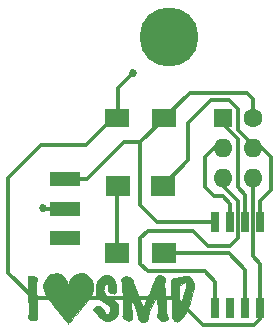
<source format=gtl>
G04 #@! TF.FileFunction,Copper,L1,Top,Signal*
%FSLAX46Y46*%
G04 Gerber Fmt 4.6, Leading zero omitted, Abs format (unit mm)*
G04 Created by KiCad (PCBNEW 4.0.7) date 06/29/18 14:44:45*
%MOMM*%
%LPD*%
G01*
G04 APERTURE LIST*
%ADD10C,0.100000*%
%ADD11C,0.010000*%
%ADD12R,2.500000X1.200000*%
%ADD13R,2.000000X1.800860*%
%ADD14R,2.000000X1.600000*%
%ADD15R,1.600000X1.600000*%
%ADD16C,1.600000*%
%ADD17O,1.600000X1.600000*%
%ADD18C,5.000000*%
%ADD19R,2.000000X1.700000*%
%ADD20R,0.650000X1.700000*%
%ADD21C,0.685800*%
%ADD22C,0.304800*%
G04 APERTURE END LIST*
D10*
D11*
G36*
X201490950Y-98233755D02*
X201729776Y-98309650D01*
X201955539Y-98452550D01*
X202158730Y-98664515D01*
X202162923Y-98670035D01*
X202299272Y-98901016D01*
X202368174Y-99150015D01*
X202372368Y-99429812D01*
X202354695Y-99564352D01*
X202328315Y-99699989D01*
X202294066Y-99826676D01*
X202247062Y-99952031D01*
X202182417Y-100083675D01*
X202095247Y-100229227D01*
X201980666Y-100396306D01*
X201833788Y-100592530D01*
X201649729Y-100825519D01*
X201423603Y-101102893D01*
X201178680Y-101398462D01*
X200971117Y-101646796D01*
X200778849Y-101874929D01*
X200607663Y-102076142D01*
X200463343Y-102243715D01*
X200351673Y-102370929D01*
X200278440Y-102451066D01*
X200249662Y-102477469D01*
X200218988Y-102447825D01*
X200144962Y-102364352D01*
X200033407Y-102233968D01*
X199890146Y-102063589D01*
X199721000Y-101860133D01*
X199531792Y-101630517D01*
X199360692Y-101421353D01*
X199152251Y-101163626D01*
X198954414Y-100915062D01*
X198774057Y-100684598D01*
X198618056Y-100481173D01*
X198493290Y-100313724D01*
X198406634Y-100191190D01*
X198372066Y-100136447D01*
X198259329Y-99887321D01*
X198183644Y-99619948D01*
X198149950Y-99359017D01*
X198163187Y-99129217D01*
X198166878Y-99110767D01*
X198264758Y-98826204D01*
X198425228Y-98585202D01*
X198583143Y-98437804D01*
X198778188Y-98311285D01*
X198968346Y-98242888D01*
X199184581Y-98223325D01*
X199285599Y-98227110D01*
X199454970Y-98247121D01*
X199583697Y-98289225D01*
X199699150Y-98358417D01*
X199885901Y-98526747D01*
X200052104Y-98745912D01*
X200177781Y-98988591D01*
X200196741Y-99038808D01*
X200266400Y-99236611D01*
X200316085Y-99070152D01*
X200433632Y-98787270D01*
X200595161Y-98559035D01*
X200791165Y-98387506D01*
X201012137Y-98274743D01*
X201248567Y-98222806D01*
X201490950Y-98233755D01*
X201490950Y-98233755D01*
G37*
X201490950Y-98233755D02*
X201729776Y-98309650D01*
X201955539Y-98452550D01*
X202158730Y-98664515D01*
X202162923Y-98670035D01*
X202299272Y-98901016D01*
X202368174Y-99150015D01*
X202372368Y-99429812D01*
X202354695Y-99564352D01*
X202328315Y-99699989D01*
X202294066Y-99826676D01*
X202247062Y-99952031D01*
X202182417Y-100083675D01*
X202095247Y-100229227D01*
X201980666Y-100396306D01*
X201833788Y-100592530D01*
X201649729Y-100825519D01*
X201423603Y-101102893D01*
X201178680Y-101398462D01*
X200971117Y-101646796D01*
X200778849Y-101874929D01*
X200607663Y-102076142D01*
X200463343Y-102243715D01*
X200351673Y-102370929D01*
X200278440Y-102451066D01*
X200249662Y-102477469D01*
X200218988Y-102447825D01*
X200144962Y-102364352D01*
X200033407Y-102233968D01*
X199890146Y-102063589D01*
X199721000Y-101860133D01*
X199531792Y-101630517D01*
X199360692Y-101421353D01*
X199152251Y-101163626D01*
X198954414Y-100915062D01*
X198774057Y-100684598D01*
X198618056Y-100481173D01*
X198493290Y-100313724D01*
X198406634Y-100191190D01*
X198372066Y-100136447D01*
X198259329Y-99887321D01*
X198183644Y-99619948D01*
X198149950Y-99359017D01*
X198163187Y-99129217D01*
X198166878Y-99110767D01*
X198264758Y-98826204D01*
X198425228Y-98585202D01*
X198583143Y-98437804D01*
X198778188Y-98311285D01*
X198968346Y-98242888D01*
X199184581Y-98223325D01*
X199285599Y-98227110D01*
X199454970Y-98247121D01*
X199583697Y-98289225D01*
X199699150Y-98358417D01*
X199885901Y-98526747D01*
X200052104Y-98745912D01*
X200177781Y-98988591D01*
X200196741Y-99038808D01*
X200266400Y-99236611D01*
X200316085Y-99070152D01*
X200433632Y-98787270D01*
X200595161Y-98559035D01*
X200791165Y-98387506D01*
X201012137Y-98274743D01*
X201248567Y-98222806D01*
X201490950Y-98233755D01*
G36*
X208045181Y-98387666D02*
X208189907Y-98431345D01*
X208344585Y-98521500D01*
X208445951Y-98633652D01*
X208487707Y-98755001D01*
X208463556Y-98872744D01*
X208430388Y-98920154D01*
X208416052Y-98945948D01*
X208406272Y-98991236D01*
X208401268Y-99063767D01*
X208401261Y-99171294D01*
X208406472Y-99321567D01*
X208417122Y-99522338D01*
X208433431Y-99781358D01*
X208455622Y-100106378D01*
X208470014Y-100310462D01*
X208496576Y-100677706D01*
X208519425Y-100975637D01*
X208539585Y-101212954D01*
X208558077Y-101398352D01*
X208575923Y-101540532D01*
X208594146Y-101648189D01*
X208613769Y-101730021D01*
X208635814Y-101794727D01*
X208647779Y-101822748D01*
X208695110Y-101934073D01*
X208709765Y-102003783D01*
X208693609Y-102060370D01*
X208666274Y-102105435D01*
X208562443Y-102197301D01*
X208414917Y-102240188D01*
X208241042Y-102233922D01*
X208058164Y-102178332D01*
X207938179Y-102112706D01*
X207818992Y-102007881D01*
X207773703Y-101892564D01*
X207798135Y-101752748D01*
X207817132Y-101706791D01*
X207838807Y-101647943D01*
X207851854Y-101577058D01*
X207856452Y-101480344D01*
X207852776Y-101344007D01*
X207841003Y-101154256D01*
X207826631Y-100964330D01*
X207804436Y-100673476D01*
X207786134Y-100453274D01*
X207767095Y-100303680D01*
X207742690Y-100224645D01*
X207708292Y-100216123D01*
X207659271Y-100278068D01*
X207590999Y-100410433D01*
X207498846Y-100613171D01*
X207378184Y-100886235D01*
X207345691Y-100959481D01*
X207223617Y-101235519D01*
X207130606Y-101450487D01*
X207063160Y-101614362D01*
X207017779Y-101737121D01*
X206990967Y-101828742D01*
X206979223Y-101899200D01*
X206979049Y-101958474D01*
X206983128Y-101993394D01*
X206992036Y-102108047D01*
X206968809Y-102182855D01*
X206918401Y-102239807D01*
X206833885Y-102299379D01*
X206761596Y-102322923D01*
X206671247Y-102331972D01*
X206641965Y-102338896D01*
X206570111Y-102339803D01*
X206468855Y-102319851D01*
X206466163Y-102319080D01*
X206330802Y-102250102D01*
X206222776Y-102140790D01*
X206159310Y-102013267D01*
X206151829Y-101915344D01*
X206148086Y-101842089D01*
X206120363Y-101720157D01*
X206066922Y-101543828D01*
X205986025Y-101307378D01*
X205875931Y-101005086D01*
X205871923Y-100994308D01*
X205773752Y-100732590D01*
X205698553Y-100538096D01*
X205643302Y-100404349D01*
X205604975Y-100324870D01*
X205580546Y-100293179D01*
X205566991Y-100302800D01*
X205562307Y-100331180D01*
X205561457Y-100418072D01*
X205567010Y-100562490D01*
X205577731Y-100749067D01*
X205592384Y-100962437D01*
X205609733Y-101187233D01*
X205628542Y-101408090D01*
X205647575Y-101609639D01*
X205665597Y-101776516D01*
X205681371Y-101893353D01*
X205691776Y-101941074D01*
X205685116Y-102019328D01*
X205624813Y-102106366D01*
X205530651Y-102184210D01*
X205422414Y-102234882D01*
X205357557Y-102244770D01*
X205197158Y-102212289D01*
X205036376Y-102127514D01*
X204906842Y-102009447D01*
X204866900Y-101950012D01*
X204824323Y-101860362D01*
X204821847Y-101799528D01*
X204858841Y-101729627D01*
X204863116Y-101723074D01*
X204880638Y-101691348D01*
X204893987Y-101650474D01*
X204903212Y-101592057D01*
X204908360Y-101507702D01*
X204909479Y-101389016D01*
X204906618Y-101227605D01*
X204899824Y-101015073D01*
X204889145Y-100743028D01*
X204874629Y-100403075D01*
X204871102Y-100322395D01*
X204854704Y-99977209D01*
X204837199Y-99661038D01*
X204819253Y-99383088D01*
X204801532Y-99152568D01*
X204784700Y-98978686D01*
X204769422Y-98870651D01*
X204764803Y-98850908D01*
X204737461Y-98743645D01*
X204740961Y-98678836D01*
X204782559Y-98624427D01*
X204824516Y-98587139D01*
X204954240Y-98516274D01*
X205111952Y-98489428D01*
X205280220Y-98501584D01*
X205441611Y-98547723D01*
X205578692Y-98622825D01*
X205674031Y-98721872D01*
X205710194Y-98839846D01*
X205710195Y-98842120D01*
X205724061Y-98897551D01*
X205762988Y-99011782D01*
X205822643Y-99174049D01*
X205898688Y-99373586D01*
X205986789Y-99599627D01*
X206082611Y-99841407D01*
X206181818Y-100088162D01*
X206280074Y-100329124D01*
X206373044Y-100553529D01*
X206456394Y-100750612D01*
X206525786Y-100909607D01*
X206576886Y-101019749D01*
X206605359Y-101070272D01*
X206608341Y-101072330D01*
X206632641Y-101037698D01*
X206681672Y-100940777D01*
X206751109Y-100791830D01*
X206836627Y-100601121D01*
X206933901Y-100378913D01*
X207038606Y-100135469D01*
X207146417Y-99881052D01*
X207253009Y-99625925D01*
X207354058Y-99380352D01*
X207445237Y-99154596D01*
X207522223Y-98958920D01*
X207580690Y-98803586D01*
X207616314Y-98698859D01*
X207625461Y-98658698D01*
X207657869Y-98523259D01*
X207746858Y-98429625D01*
X207880079Y-98382769D01*
X208045181Y-98387666D01*
X208045181Y-98387666D01*
G37*
X208045181Y-98387666D02*
X208189907Y-98431345D01*
X208344585Y-98521500D01*
X208445951Y-98633652D01*
X208487707Y-98755001D01*
X208463556Y-98872744D01*
X208430388Y-98920154D01*
X208416052Y-98945948D01*
X208406272Y-98991236D01*
X208401268Y-99063767D01*
X208401261Y-99171294D01*
X208406472Y-99321567D01*
X208417122Y-99522338D01*
X208433431Y-99781358D01*
X208455622Y-100106378D01*
X208470014Y-100310462D01*
X208496576Y-100677706D01*
X208519425Y-100975637D01*
X208539585Y-101212954D01*
X208558077Y-101398352D01*
X208575923Y-101540532D01*
X208594146Y-101648189D01*
X208613769Y-101730021D01*
X208635814Y-101794727D01*
X208647779Y-101822748D01*
X208695110Y-101934073D01*
X208709765Y-102003783D01*
X208693609Y-102060370D01*
X208666274Y-102105435D01*
X208562443Y-102197301D01*
X208414917Y-102240188D01*
X208241042Y-102233922D01*
X208058164Y-102178332D01*
X207938179Y-102112706D01*
X207818992Y-102007881D01*
X207773703Y-101892564D01*
X207798135Y-101752748D01*
X207817132Y-101706791D01*
X207838807Y-101647943D01*
X207851854Y-101577058D01*
X207856452Y-101480344D01*
X207852776Y-101344007D01*
X207841003Y-101154256D01*
X207826631Y-100964330D01*
X207804436Y-100673476D01*
X207786134Y-100453274D01*
X207767095Y-100303680D01*
X207742690Y-100224645D01*
X207708292Y-100216123D01*
X207659271Y-100278068D01*
X207590999Y-100410433D01*
X207498846Y-100613171D01*
X207378184Y-100886235D01*
X207345691Y-100959481D01*
X207223617Y-101235519D01*
X207130606Y-101450487D01*
X207063160Y-101614362D01*
X207017779Y-101737121D01*
X206990967Y-101828742D01*
X206979223Y-101899200D01*
X206979049Y-101958474D01*
X206983128Y-101993394D01*
X206992036Y-102108047D01*
X206968809Y-102182855D01*
X206918401Y-102239807D01*
X206833885Y-102299379D01*
X206761596Y-102322923D01*
X206671247Y-102331972D01*
X206641965Y-102338896D01*
X206570111Y-102339803D01*
X206468855Y-102319851D01*
X206466163Y-102319080D01*
X206330802Y-102250102D01*
X206222776Y-102140790D01*
X206159310Y-102013267D01*
X206151829Y-101915344D01*
X206148086Y-101842089D01*
X206120363Y-101720157D01*
X206066922Y-101543828D01*
X205986025Y-101307378D01*
X205875931Y-101005086D01*
X205871923Y-100994308D01*
X205773752Y-100732590D01*
X205698553Y-100538096D01*
X205643302Y-100404349D01*
X205604975Y-100324870D01*
X205580546Y-100293179D01*
X205566991Y-100302800D01*
X205562307Y-100331180D01*
X205561457Y-100418072D01*
X205567010Y-100562490D01*
X205577731Y-100749067D01*
X205592384Y-100962437D01*
X205609733Y-101187233D01*
X205628542Y-101408090D01*
X205647575Y-101609639D01*
X205665597Y-101776516D01*
X205681371Y-101893353D01*
X205691776Y-101941074D01*
X205685116Y-102019328D01*
X205624813Y-102106366D01*
X205530651Y-102184210D01*
X205422414Y-102234882D01*
X205357557Y-102244770D01*
X205197158Y-102212289D01*
X205036376Y-102127514D01*
X204906842Y-102009447D01*
X204866900Y-101950012D01*
X204824323Y-101860362D01*
X204821847Y-101799528D01*
X204858841Y-101729627D01*
X204863116Y-101723074D01*
X204880638Y-101691348D01*
X204893987Y-101650474D01*
X204903212Y-101592057D01*
X204908360Y-101507702D01*
X204909479Y-101389016D01*
X204906618Y-101227605D01*
X204899824Y-101015073D01*
X204889145Y-100743028D01*
X204874629Y-100403075D01*
X204871102Y-100322395D01*
X204854704Y-99977209D01*
X204837199Y-99661038D01*
X204819253Y-99383088D01*
X204801532Y-99152568D01*
X204784700Y-98978686D01*
X204769422Y-98870651D01*
X204764803Y-98850908D01*
X204737461Y-98743645D01*
X204740961Y-98678836D01*
X204782559Y-98624427D01*
X204824516Y-98587139D01*
X204954240Y-98516274D01*
X205111952Y-98489428D01*
X205280220Y-98501584D01*
X205441611Y-98547723D01*
X205578692Y-98622825D01*
X205674031Y-98721872D01*
X205710194Y-98839846D01*
X205710195Y-98842120D01*
X205724061Y-98897551D01*
X205762988Y-99011782D01*
X205822643Y-99174049D01*
X205898688Y-99373586D01*
X205986789Y-99599627D01*
X206082611Y-99841407D01*
X206181818Y-100088162D01*
X206280074Y-100329124D01*
X206373044Y-100553529D01*
X206456394Y-100750612D01*
X206525786Y-100909607D01*
X206576886Y-101019749D01*
X206605359Y-101070272D01*
X206608341Y-101072330D01*
X206632641Y-101037698D01*
X206681672Y-100940777D01*
X206751109Y-100791830D01*
X206836627Y-100601121D01*
X206933901Y-100378913D01*
X207038606Y-100135469D01*
X207146417Y-99881052D01*
X207253009Y-99625925D01*
X207354058Y-99380352D01*
X207445237Y-99154596D01*
X207522223Y-98958920D01*
X207580690Y-98803586D01*
X207616314Y-98698859D01*
X207625461Y-98658698D01*
X207657869Y-98523259D01*
X207746858Y-98429625D01*
X207880079Y-98382769D01*
X208045181Y-98387666D01*
G36*
X210446152Y-98464118D02*
X210603849Y-98568843D01*
X210751401Y-98739529D01*
X210780923Y-98782149D01*
X210860612Y-98917352D01*
X210898559Y-99038024D01*
X210907923Y-99179093D01*
X210890285Y-99405621D01*
X210840674Y-99685713D01*
X210764042Y-100004053D01*
X210665339Y-100345324D01*
X210549518Y-100694210D01*
X210421530Y-101035395D01*
X210286328Y-101353562D01*
X210148862Y-101633394D01*
X210069125Y-101773614D01*
X209979558Y-101904225D01*
X209872521Y-102035783D01*
X209762700Y-102152894D01*
X209664780Y-102240163D01*
X209593446Y-102282196D01*
X209582391Y-102283847D01*
X209514798Y-102295695D01*
X209494580Y-102301960D01*
X209424840Y-102299808D01*
X209328372Y-102269564D01*
X209325307Y-102268222D01*
X209239553Y-102227661D01*
X209174203Y-102184595D01*
X209126255Y-102128295D01*
X209092705Y-102048032D01*
X209070552Y-101933077D01*
X209056792Y-101772701D01*
X209048422Y-101556174D01*
X209042441Y-101272768D01*
X209042147Y-101256493D01*
X209034974Y-100924325D01*
X209025449Y-100584891D01*
X209014064Y-100248852D01*
X209001307Y-99926870D01*
X208987668Y-99629605D01*
X208973637Y-99367717D01*
X208967537Y-99273219D01*
X209618384Y-99273219D01*
X209618384Y-100130568D01*
X209619524Y-100450145D01*
X209623206Y-100698290D01*
X209629827Y-100881695D01*
X209639782Y-101007053D01*
X209653468Y-101081057D01*
X209671279Y-101110398D01*
X209676398Y-101111539D01*
X209692413Y-101076785D01*
X209729560Y-100980990D01*
X209783084Y-100836858D01*
X209848233Y-100657089D01*
X209884789Y-100554693D01*
X210005786Y-100207981D01*
X210099700Y-99923836D01*
X210169202Y-99692554D01*
X210216963Y-99504435D01*
X210245655Y-99349774D01*
X210257948Y-99218871D01*
X210258632Y-99196770D01*
X210257684Y-99071624D01*
X210243739Y-99004711D01*
X210210296Y-98976382D01*
X210183764Y-98970478D01*
X210113291Y-98985257D01*
X210002015Y-99034819D01*
X209872911Y-99108780D01*
X209861379Y-99116164D01*
X209618384Y-99273219D01*
X208967537Y-99273219D01*
X208959702Y-99151869D01*
X208946355Y-98992720D01*
X208934083Y-98900931D01*
X208933956Y-98900337D01*
X208926105Y-98814726D01*
X208957008Y-98747650D01*
X209036495Y-98671640D01*
X209129825Y-98603861D01*
X209215789Y-98578997D01*
X209334770Y-98585880D01*
X209342835Y-98586926D01*
X209477889Y-98591689D01*
X209625445Y-98566408D01*
X209794230Y-98513602D01*
X210053137Y-98439708D01*
X210266513Y-98422143D01*
X210446152Y-98464118D01*
X210446152Y-98464118D01*
G37*
X210446152Y-98464118D02*
X210603849Y-98568843D01*
X210751401Y-98739529D01*
X210780923Y-98782149D01*
X210860612Y-98917352D01*
X210898559Y-99038024D01*
X210907923Y-99179093D01*
X210890285Y-99405621D01*
X210840674Y-99685713D01*
X210764042Y-100004053D01*
X210665339Y-100345324D01*
X210549518Y-100694210D01*
X210421530Y-101035395D01*
X210286328Y-101353562D01*
X210148862Y-101633394D01*
X210069125Y-101773614D01*
X209979558Y-101904225D01*
X209872521Y-102035783D01*
X209762700Y-102152894D01*
X209664780Y-102240163D01*
X209593446Y-102282196D01*
X209582391Y-102283847D01*
X209514798Y-102295695D01*
X209494580Y-102301960D01*
X209424840Y-102299808D01*
X209328372Y-102269564D01*
X209325307Y-102268222D01*
X209239553Y-102227661D01*
X209174203Y-102184595D01*
X209126255Y-102128295D01*
X209092705Y-102048032D01*
X209070552Y-101933077D01*
X209056792Y-101772701D01*
X209048422Y-101556174D01*
X209042441Y-101272768D01*
X209042147Y-101256493D01*
X209034974Y-100924325D01*
X209025449Y-100584891D01*
X209014064Y-100248852D01*
X209001307Y-99926870D01*
X208987668Y-99629605D01*
X208973637Y-99367717D01*
X208967537Y-99273219D01*
X209618384Y-99273219D01*
X209618384Y-100130568D01*
X209619524Y-100450145D01*
X209623206Y-100698290D01*
X209629827Y-100881695D01*
X209639782Y-101007053D01*
X209653468Y-101081057D01*
X209671279Y-101110398D01*
X209676398Y-101111539D01*
X209692413Y-101076785D01*
X209729560Y-100980990D01*
X209783084Y-100836858D01*
X209848233Y-100657089D01*
X209884789Y-100554693D01*
X210005786Y-100207981D01*
X210099700Y-99923836D01*
X210169202Y-99692554D01*
X210216963Y-99504435D01*
X210245655Y-99349774D01*
X210257948Y-99218871D01*
X210258632Y-99196770D01*
X210257684Y-99071624D01*
X210243739Y-99004711D01*
X210210296Y-98976382D01*
X210183764Y-98970478D01*
X210113291Y-98985257D01*
X210002015Y-99034819D01*
X209872911Y-99108780D01*
X209861379Y-99116164D01*
X209618384Y-99273219D01*
X208967537Y-99273219D01*
X208959702Y-99151869D01*
X208946355Y-98992720D01*
X208934083Y-98900931D01*
X208933956Y-98900337D01*
X208926105Y-98814726D01*
X208957008Y-98747650D01*
X209036495Y-98671640D01*
X209129825Y-98603861D01*
X209215789Y-98578997D01*
X209334770Y-98585880D01*
X209342835Y-98586926D01*
X209477889Y-98591689D01*
X209625445Y-98566408D01*
X209794230Y-98513602D01*
X210053137Y-98439708D01*
X210266513Y-98422143D01*
X210446152Y-98464118D01*
G36*
X203753430Y-98405141D02*
X203954595Y-98511391D01*
X204114311Y-98682674D01*
X204231236Y-98917574D01*
X204301339Y-99197627D01*
X204335202Y-99467345D01*
X204336546Y-99670350D01*
X204303366Y-99811878D01*
X204233658Y-99897167D01*
X204125417Y-99931453D01*
X204022007Y-99927433D01*
X203857986Y-99871538D01*
X203727322Y-99763113D01*
X203641086Y-99619824D01*
X203610350Y-99459337D01*
X203638791Y-99315989D01*
X203667864Y-99220825D01*
X203653911Y-99157833D01*
X203639586Y-99138119D01*
X203556971Y-99084587D01*
X203465749Y-99097611D01*
X203377240Y-99168172D01*
X203302761Y-99287256D01*
X203253687Y-99445542D01*
X203234416Y-99641010D01*
X203260871Y-99807195D01*
X203339774Y-99954379D01*
X203477848Y-100092844D01*
X203681815Y-100232872D01*
X203820100Y-100311872D01*
X204058532Y-100457163D01*
X204231984Y-100601723D01*
X204352480Y-100758179D01*
X204432046Y-100939158D01*
X204439015Y-100961773D01*
X204490343Y-101254217D01*
X204471198Y-101536319D01*
X204383448Y-101796012D01*
X204285415Y-101953815D01*
X204121878Y-102106761D01*
X203914863Y-102205382D01*
X203680703Y-102245659D01*
X203435733Y-102223570D01*
X203322509Y-102190858D01*
X203086671Y-102070098D01*
X202889000Y-101886863D01*
X202812275Y-101785610D01*
X202713834Y-101657126D01*
X202604853Y-101535768D01*
X202556690Y-101489770D01*
X202466091Y-101401732D01*
X202398760Y-101321383D01*
X202386285Y-101301564D01*
X202369488Y-101203525D01*
X202420178Y-101116441D01*
X202527767Y-101047766D01*
X202681666Y-101004957D01*
X202822652Y-100994308D01*
X202958068Y-101016654D01*
X203076066Y-101089596D01*
X203186473Y-101221984D01*
X203299117Y-101422672D01*
X203299847Y-101424154D01*
X203369129Y-101558004D01*
X203422930Y-101636136D01*
X203476549Y-101674670D01*
X203545287Y-101689726D01*
X203552622Y-101690469D01*
X203640957Y-101689893D01*
X203693881Y-101652752D01*
X203738238Y-101564724D01*
X203788486Y-101384309D01*
X203784118Y-101195654D01*
X203754168Y-101060435D01*
X203729117Y-100988031D01*
X203690862Y-100931611D01*
X203624317Y-100878750D01*
X203514398Y-100817023D01*
X203374770Y-100747902D01*
X203079741Y-100579762D01*
X202857261Y-100393290D01*
X202702587Y-100181740D01*
X202610979Y-99938367D01*
X202577695Y-99656426D01*
X202577419Y-99613620D01*
X202606021Y-99303625D01*
X202684129Y-99024208D01*
X202805597Y-98783574D01*
X202964281Y-98589929D01*
X203154038Y-98451476D01*
X203368724Y-98376422D01*
X203512158Y-98365338D01*
X203753430Y-98405141D01*
X203753430Y-98405141D01*
G37*
X203753430Y-98405141D02*
X203954595Y-98511391D01*
X204114311Y-98682674D01*
X204231236Y-98917574D01*
X204301339Y-99197627D01*
X204335202Y-99467345D01*
X204336546Y-99670350D01*
X204303366Y-99811878D01*
X204233658Y-99897167D01*
X204125417Y-99931453D01*
X204022007Y-99927433D01*
X203857986Y-99871538D01*
X203727322Y-99763113D01*
X203641086Y-99619824D01*
X203610350Y-99459337D01*
X203638791Y-99315989D01*
X203667864Y-99220825D01*
X203653911Y-99157833D01*
X203639586Y-99138119D01*
X203556971Y-99084587D01*
X203465749Y-99097611D01*
X203377240Y-99168172D01*
X203302761Y-99287256D01*
X203253687Y-99445542D01*
X203234416Y-99641010D01*
X203260871Y-99807195D01*
X203339774Y-99954379D01*
X203477848Y-100092844D01*
X203681815Y-100232872D01*
X203820100Y-100311872D01*
X204058532Y-100457163D01*
X204231984Y-100601723D01*
X204352480Y-100758179D01*
X204432046Y-100939158D01*
X204439015Y-100961773D01*
X204490343Y-101254217D01*
X204471198Y-101536319D01*
X204383448Y-101796012D01*
X204285415Y-101953815D01*
X204121878Y-102106761D01*
X203914863Y-102205382D01*
X203680703Y-102245659D01*
X203435733Y-102223570D01*
X203322509Y-102190858D01*
X203086671Y-102070098D01*
X202889000Y-101886863D01*
X202812275Y-101785610D01*
X202713834Y-101657126D01*
X202604853Y-101535768D01*
X202556690Y-101489770D01*
X202466091Y-101401732D01*
X202398760Y-101321383D01*
X202386285Y-101301564D01*
X202369488Y-101203525D01*
X202420178Y-101116441D01*
X202527767Y-101047766D01*
X202681666Y-101004957D01*
X202822652Y-100994308D01*
X202958068Y-101016654D01*
X203076066Y-101089596D01*
X203186473Y-101221984D01*
X203299117Y-101422672D01*
X203299847Y-101424154D01*
X203369129Y-101558004D01*
X203422930Y-101636136D01*
X203476549Y-101674670D01*
X203545287Y-101689726D01*
X203552622Y-101690469D01*
X203640957Y-101689893D01*
X203693881Y-101652752D01*
X203738238Y-101564724D01*
X203788486Y-101384309D01*
X203784118Y-101195654D01*
X203754168Y-101060435D01*
X203729117Y-100988031D01*
X203690862Y-100931611D01*
X203624317Y-100878750D01*
X203514398Y-100817023D01*
X203374770Y-100747902D01*
X203079741Y-100579762D01*
X202857261Y-100393290D01*
X202702587Y-100181740D01*
X202610979Y-99938367D01*
X202577695Y-99656426D01*
X202577419Y-99613620D01*
X202606021Y-99303625D01*
X202684129Y-99024208D01*
X202805597Y-98783574D01*
X202964281Y-98589929D01*
X203154038Y-98451476D01*
X203368724Y-98376422D01*
X203512158Y-98365338D01*
X203753430Y-98405141D01*
G36*
X197316389Y-98447743D02*
X197425845Y-98493110D01*
X197558213Y-98575184D01*
X197621742Y-98659357D01*
X197624449Y-98761907D01*
X197598431Y-98843539D01*
X197583912Y-98891050D01*
X197572877Y-98957189D01*
X197565234Y-99049830D01*
X197560893Y-99176843D01*
X197559763Y-99346099D01*
X197561754Y-99565470D01*
X197566774Y-99842827D01*
X197574732Y-100186042D01*
X197580392Y-100408154D01*
X197589654Y-100740810D01*
X197599505Y-101054000D01*
X197609551Y-101337850D01*
X197619396Y-101582481D01*
X197628643Y-101778018D01*
X197636898Y-101914584D01*
X197643400Y-101980370D01*
X197654641Y-102078638D01*
X197633670Y-102130393D01*
X197568182Y-102164698D01*
X197564811Y-102165985D01*
X197428734Y-102198926D01*
X197282201Y-102189856D01*
X197143376Y-102153843D01*
X196972132Y-102077438D01*
X196870751Y-101979742D01*
X196841852Y-101864965D01*
X196886008Y-101740561D01*
X196898149Y-101701172D01*
X196906593Y-101623703D01*
X196911347Y-101501990D01*
X196912416Y-101329871D01*
X196909806Y-101101185D01*
X196903522Y-100809767D01*
X196893571Y-100449456D01*
X196887373Y-100246399D01*
X196876473Y-99915649D01*
X196865181Y-99605450D01*
X196853930Y-99325493D01*
X196843153Y-99085469D01*
X196833285Y-98895072D01*
X196824758Y-98763993D01*
X196818351Y-98703513D01*
X196824930Y-98579703D01*
X196891429Y-98487579D01*
X197004442Y-98431781D01*
X197150564Y-98416955D01*
X197316389Y-98447743D01*
X197316389Y-98447743D01*
G37*
X197316389Y-98447743D02*
X197425845Y-98493110D01*
X197558213Y-98575184D01*
X197621742Y-98659357D01*
X197624449Y-98761907D01*
X197598431Y-98843539D01*
X197583912Y-98891050D01*
X197572877Y-98957189D01*
X197565234Y-99049830D01*
X197560893Y-99176843D01*
X197559763Y-99346099D01*
X197561754Y-99565470D01*
X197566774Y-99842827D01*
X197574732Y-100186042D01*
X197580392Y-100408154D01*
X197589654Y-100740810D01*
X197599505Y-101054000D01*
X197609551Y-101337850D01*
X197619396Y-101582481D01*
X197628643Y-101778018D01*
X197636898Y-101914584D01*
X197643400Y-101980370D01*
X197654641Y-102078638D01*
X197633670Y-102130393D01*
X197568182Y-102164698D01*
X197564811Y-102165985D01*
X197428734Y-102198926D01*
X197282201Y-102189856D01*
X197143376Y-102153843D01*
X196972132Y-102077438D01*
X196870751Y-101979742D01*
X196841852Y-101864965D01*
X196886008Y-101740561D01*
X196898149Y-101701172D01*
X196906593Y-101623703D01*
X196911347Y-101501990D01*
X196912416Y-101329871D01*
X196909806Y-101101185D01*
X196903522Y-100809767D01*
X196893571Y-100449456D01*
X196887373Y-100246399D01*
X196876473Y-99915649D01*
X196865181Y-99605450D01*
X196853930Y-99325493D01*
X196843153Y-99085469D01*
X196833285Y-98895072D01*
X196824758Y-98763993D01*
X196818351Y-98703513D01*
X196824930Y-98579703D01*
X196891429Y-98487579D01*
X197004442Y-98431781D01*
X197150564Y-98416955D01*
X197316389Y-98447743D01*
D12*
X200025000Y-90210000D03*
X200025000Y-92750000D03*
X200025000Y-95210000D03*
D13*
X208280000Y-90805000D03*
X204470000Y-90805000D03*
D14*
X204375000Y-85090000D03*
X208375000Y-85090000D03*
D15*
X213360000Y-85090000D03*
D16*
X215900000Y-85090000D03*
D17*
X213360000Y-87630000D03*
X215900000Y-87630000D03*
X213360000Y-90170000D03*
X215900000Y-90170000D03*
D18*
X208820000Y-78250000D03*
D19*
X204375000Y-96520000D03*
X208375000Y-96520000D03*
D20*
X212725000Y-101186000D03*
X213995000Y-101186000D03*
X215265000Y-101186000D03*
X216535000Y-101186000D03*
X216535000Y-93886000D03*
X215265000Y-93886000D03*
X213995000Y-93886000D03*
X212725000Y-93886000D03*
D21*
X205740000Y-81280000D03*
X198120000Y-92710000D03*
D22*
X195199000Y-98171000D02*
X195199000Y-90170000D01*
X204470000Y-82550000D02*
X204470000Y-84995000D01*
X205740000Y-81280000D02*
X204470000Y-82550000D01*
X205740000Y-81280000D02*
X205740000Y-81280000D01*
X204470000Y-84995000D02*
X204375000Y-85090000D01*
X216535000Y-101186000D02*
X216535000Y-102108000D01*
X201803000Y-87376000D02*
X202819000Y-86360000D01*
X197993000Y-87376000D02*
X201803000Y-87376000D01*
X195199000Y-90170000D02*
X197993000Y-87376000D01*
X197358000Y-100330000D02*
X195199000Y-98171000D01*
X209423000Y-100330000D02*
X197358000Y-100330000D01*
X211709000Y-102616000D02*
X209423000Y-100330000D01*
X216027000Y-102616000D02*
X211709000Y-102616000D01*
X216535000Y-102108000D02*
X216027000Y-102616000D01*
X204375000Y-85090000D02*
X204089000Y-85090000D01*
X204089000Y-85090000D02*
X202819000Y-86360000D01*
X216535000Y-101186000D02*
X216535000Y-97409000D01*
X215900000Y-96774000D02*
X215900000Y-90170000D01*
X216535000Y-97409000D02*
X215900000Y-96774000D01*
X215900000Y-85090000D02*
X215900000Y-83439000D01*
X215900000Y-83439000D02*
X215392000Y-82931000D01*
X215392000Y-82931000D02*
X210534000Y-82931000D01*
X210534000Y-82931000D02*
X208375000Y-85090000D01*
X200025000Y-90210000D02*
X201890000Y-90210000D01*
X204978000Y-87122000D02*
X206375000Y-87122000D01*
X201890000Y-90210000D02*
X204978000Y-87122000D01*
X208375000Y-85090000D02*
X208375000Y-85122000D01*
X208375000Y-85122000D02*
X206375000Y-87122000D01*
X207805000Y-93886000D02*
X212725000Y-93886000D01*
X206375000Y-87122000D02*
X206375000Y-92456000D01*
X206375000Y-92456000D02*
X207805000Y-93886000D01*
X201208000Y-90210000D02*
X200025000Y-90210000D01*
X198160000Y-92750000D02*
X200025000Y-92750000D01*
X198120000Y-92710000D02*
X198160000Y-92750000D01*
X213360000Y-90805000D02*
X214630000Y-92075000D01*
X214630000Y-92075000D02*
X214630000Y-95250000D01*
X214630000Y-95250000D02*
X213995000Y-95885000D01*
X213995000Y-95885000D02*
X212090000Y-95885000D01*
X206375000Y-95250000D02*
X206375000Y-97409000D01*
X212090000Y-95885000D02*
X210820000Y-94615000D01*
X210820000Y-94615000D02*
X207010000Y-94615000D01*
X207010000Y-94615000D02*
X206375000Y-95250000D01*
X212725000Y-98933000D02*
X212725000Y-101186000D01*
X211836000Y-98044000D02*
X212725000Y-98933000D01*
X207010000Y-98044000D02*
X211836000Y-98044000D01*
X206375000Y-97409000D02*
X207010000Y-98044000D01*
X213360000Y-90170000D02*
X213360000Y-90805000D01*
X213360000Y-90170000D02*
X213360000Y-90678000D01*
X204375000Y-96520000D02*
X204375000Y-90900000D01*
X204375000Y-90900000D02*
X204470000Y-90805000D01*
X204375000Y-90900000D02*
X204470000Y-90805000D01*
X215265000Y-93886000D02*
X215265000Y-91567000D01*
X214630000Y-86868000D02*
X213360000Y-85598000D01*
X214630000Y-90932000D02*
X214630000Y-86868000D01*
X215265000Y-91567000D02*
X214630000Y-90932000D01*
X213995000Y-93886000D02*
X213995000Y-92329000D01*
X211836000Y-88392000D02*
X212598000Y-87630000D01*
X211836000Y-90932000D02*
X211836000Y-88392000D01*
X212598000Y-91694000D02*
X211836000Y-90932000D01*
X213360000Y-91694000D02*
X212598000Y-91694000D01*
X213995000Y-92329000D02*
X213360000Y-91694000D01*
X212598000Y-87630000D02*
X213360000Y-87630000D01*
X210439000Y-86995000D02*
X210439000Y-88646000D01*
X210439000Y-88646000D02*
X208280000Y-90805000D01*
X212344000Y-83566000D02*
X210439000Y-85471000D01*
X210439000Y-85471000D02*
X210439000Y-86995000D01*
X215900000Y-87376000D02*
X214630000Y-86106000D01*
X213868000Y-83566000D02*
X212598000Y-83566000D01*
X214630000Y-84328000D02*
X213868000Y-83566000D01*
X214630000Y-86106000D02*
X214630000Y-84328000D01*
X212598000Y-83566000D02*
X212344000Y-83566000D01*
X216535000Y-93886000D02*
X216535000Y-92075000D01*
X217424000Y-88392000D02*
X216662000Y-87630000D01*
X217424000Y-91186000D02*
X217424000Y-88392000D01*
X216535000Y-92075000D02*
X217424000Y-91186000D01*
X208788000Y-90297000D02*
X208280000Y-90805000D01*
X215900000Y-87630000D02*
X215900000Y-87376000D01*
X215900000Y-87630000D02*
X216154000Y-87630000D01*
X216662000Y-87630000D02*
X215900000Y-87630000D01*
X208375000Y-90900000D02*
X208280000Y-90805000D01*
X208375000Y-96520000D02*
X213868000Y-96520000D01*
X213868000Y-96520000D02*
X215265000Y-97917000D01*
X215265000Y-97917000D02*
X215265000Y-101186000D01*
M02*

</source>
